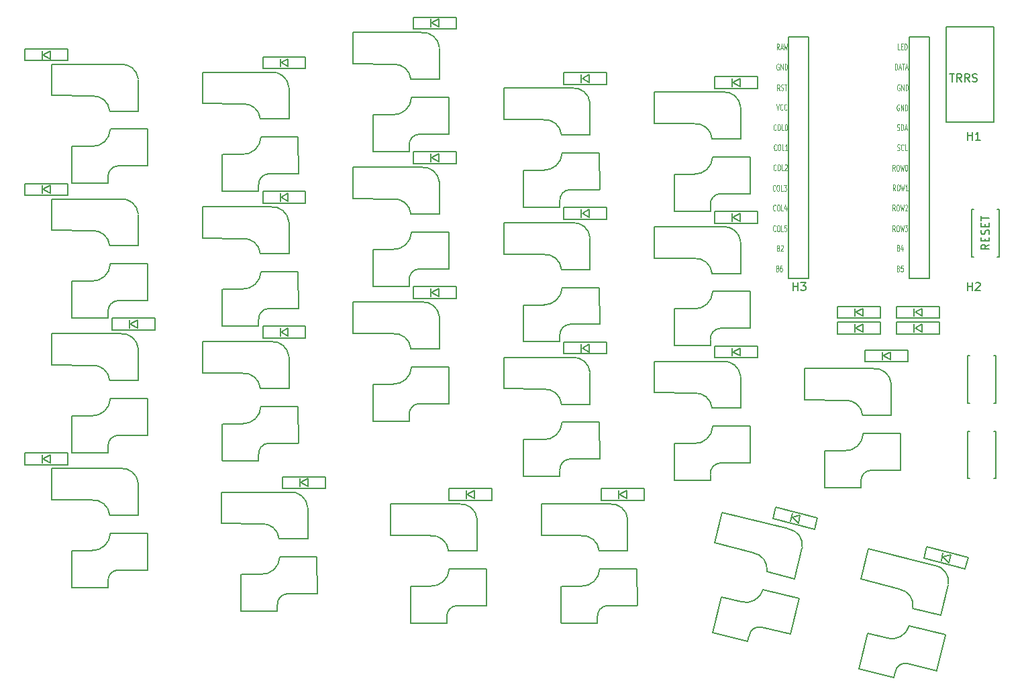
<source format=gbr>
G04 #@! TF.GenerationSoftware,KiCad,Pcbnew,(5.1.2)-2*
G04 #@! TF.CreationDate,2020-04-16T23:38:51+09:00*
G04 #@! TF.ProjectId,17mm 2020 4 8 vol2,31376d6d-2032-4303-9230-203420382076,rev?*
G04 #@! TF.SameCoordinates,Original*
G04 #@! TF.FileFunction,Legend,Top*
G04 #@! TF.FilePolarity,Positive*
%FSLAX46Y46*%
G04 Gerber Fmt 4.6, Leading zero omitted, Abs format (unit mm)*
G04 Created by KiCad (PCBNEW (5.1.2)-2) date 2020-04-16 23:38:51*
%MOMM*%
%LPD*%
G04 APERTURE LIST*
%ADD10C,0.150000*%
%ADD11C,0.125000*%
G04 APERTURE END LIST*
D10*
X197167860Y-137348800D02*
X196998515Y-138028007D01*
X197179957Y-137300285D02*
G75*
G02X198707246Y-136217610I1304982J-222307D01*
G01*
X198924969Y-131500153D02*
G75*
G02X196100398Y-133032340I-2178379J646192D01*
G01*
X203490211Y-132638396D02*
X202401627Y-137107804D01*
X193667401Y-132456644D02*
X192554560Y-136920005D01*
X198708456Y-136212758D02*
X202371322Y-137126014D01*
X198935869Y-131477106D02*
X203496259Y-132614138D01*
X193697706Y-132438435D02*
X196171961Y-133055336D01*
X192572770Y-136950310D02*
X196987615Y-138051055D01*
X199403754Y-129228504D02*
G75*
G03X197665698Y-126857604I-2054478J316422D01*
G01*
X203868387Y-126219208D02*
G75*
G03X202127418Y-123843459I-2058359J317390D01*
G01*
X192802058Y-125593432D02*
X197690923Y-126859771D01*
X192813186Y-125548798D02*
X193758617Y-121756883D01*
X193758617Y-121756883D02*
X202127418Y-123843459D01*
X203862125Y-126289789D02*
X202907743Y-130117606D01*
X202905566Y-130126339D02*
X199402798Y-129253001D01*
X105800000Y-64750000D02*
X111200000Y-64750000D01*
X111200000Y-63250000D02*
X105800000Y-63250000D01*
X105800000Y-63250000D02*
X105800000Y-64750000D01*
X111200000Y-63250000D02*
X111200000Y-64750000D01*
X109000000Y-63500000D02*
X109000000Y-64500000D01*
X109000000Y-64500000D02*
X108100000Y-64000000D01*
X108100000Y-64000000D02*
X109000000Y-63500000D01*
X108000000Y-63500000D02*
X108000000Y-64500000D01*
X105800000Y-81750000D02*
X111200000Y-81750000D01*
X111200000Y-80250000D02*
X105800000Y-80250000D01*
X105800000Y-80250000D02*
X105800000Y-81750000D01*
X111200000Y-80250000D02*
X111200000Y-81750000D01*
X109000000Y-80500000D02*
X109000000Y-81500000D01*
X109000000Y-81500000D02*
X108100000Y-81000000D01*
X108100000Y-81000000D02*
X109000000Y-80500000D01*
X108000000Y-80500000D02*
X108000000Y-81500000D01*
X119000000Y-97500000D02*
X119000000Y-98500000D01*
X119100000Y-98000000D02*
X120000000Y-97500000D01*
X120000000Y-98500000D02*
X119100000Y-98000000D01*
X120000000Y-97500000D02*
X120000000Y-98500000D01*
X122200000Y-97250000D02*
X122200000Y-98750000D01*
X116800000Y-97250000D02*
X116800000Y-98750000D01*
X122200000Y-97250000D02*
X116800000Y-97250000D01*
X116800000Y-98750000D02*
X122200000Y-98750000D01*
X108000000Y-114500000D02*
X108000000Y-115500000D01*
X108100000Y-115000000D02*
X109000000Y-114500000D01*
X109000000Y-115500000D02*
X108100000Y-115000000D01*
X109000000Y-114500000D02*
X109000000Y-115500000D01*
X111200000Y-114250000D02*
X111200000Y-115750000D01*
X105800000Y-114250000D02*
X105800000Y-115750000D01*
X111200000Y-114250000D02*
X105800000Y-114250000D01*
X105800000Y-115750000D02*
X111200000Y-115750000D01*
X135800000Y-65750000D02*
X141200000Y-65750000D01*
X141200000Y-64250000D02*
X135800000Y-64250000D01*
X135800000Y-64250000D02*
X135800000Y-65750000D01*
X141200000Y-64250000D02*
X141200000Y-65750000D01*
X139000000Y-64500000D02*
X139000000Y-65500000D01*
X139000000Y-65500000D02*
X138100000Y-65000000D01*
X138100000Y-65000000D02*
X139000000Y-64500000D01*
X138000000Y-64500000D02*
X138000000Y-65500000D01*
X135800000Y-82750000D02*
X141200000Y-82750000D01*
X141200000Y-81250000D02*
X135800000Y-81250000D01*
X135800000Y-81250000D02*
X135800000Y-82750000D01*
X141200000Y-81250000D02*
X141200000Y-82750000D01*
X139000000Y-81500000D02*
X139000000Y-82500000D01*
X139000000Y-82500000D02*
X138100000Y-82000000D01*
X138100000Y-82000000D02*
X139000000Y-81500000D01*
X138000000Y-81500000D02*
X138000000Y-82500000D01*
X138000000Y-98500000D02*
X138000000Y-99500000D01*
X138100000Y-99000000D02*
X139000000Y-98500000D01*
X139000000Y-99500000D02*
X138100000Y-99000000D01*
X139000000Y-98500000D02*
X139000000Y-99500000D01*
X141200000Y-98250000D02*
X141200000Y-99750000D01*
X135800000Y-98250000D02*
X135800000Y-99750000D01*
X141200000Y-98250000D02*
X135800000Y-98250000D01*
X135800000Y-99750000D02*
X141200000Y-99750000D01*
X140500000Y-117500000D02*
X140500000Y-118500000D01*
X140600000Y-118000000D02*
X141500000Y-117500000D01*
X141500000Y-118500000D02*
X140600000Y-118000000D01*
X141500000Y-117500000D02*
X141500000Y-118500000D01*
X143700000Y-117250000D02*
X143700000Y-118750000D01*
X138300000Y-117250000D02*
X138300000Y-118750000D01*
X143700000Y-117250000D02*
X138300000Y-117250000D01*
X138300000Y-118750000D02*
X143700000Y-118750000D01*
X157000000Y-59500000D02*
X157000000Y-60500000D01*
X157100000Y-60000000D02*
X158000000Y-59500000D01*
X158000000Y-60500000D02*
X157100000Y-60000000D01*
X158000000Y-59500000D02*
X158000000Y-60500000D01*
X160200000Y-59250000D02*
X160200000Y-60750000D01*
X154800000Y-59250000D02*
X154800000Y-60750000D01*
X160200000Y-59250000D02*
X154800000Y-59250000D01*
X154800000Y-60750000D02*
X160200000Y-60750000D01*
X157000000Y-76500000D02*
X157000000Y-77500000D01*
X157100000Y-77000000D02*
X158000000Y-76500000D01*
X158000000Y-77500000D02*
X157100000Y-77000000D01*
X158000000Y-76500000D02*
X158000000Y-77500000D01*
X160200000Y-76250000D02*
X160200000Y-77750000D01*
X154800000Y-76250000D02*
X154800000Y-77750000D01*
X160200000Y-76250000D02*
X154800000Y-76250000D01*
X154800000Y-77750000D02*
X160200000Y-77750000D01*
X154800000Y-94750000D02*
X160200000Y-94750000D01*
X160200000Y-93250000D02*
X154800000Y-93250000D01*
X154800000Y-93250000D02*
X154800000Y-94750000D01*
X160200000Y-93250000D02*
X160200000Y-94750000D01*
X158000000Y-93500000D02*
X158000000Y-94500000D01*
X158000000Y-94500000D02*
X157100000Y-94000000D01*
X157100000Y-94000000D02*
X158000000Y-93500000D01*
X157000000Y-93500000D02*
X157000000Y-94500000D01*
X159300000Y-120250000D02*
X164700000Y-120250000D01*
X164700000Y-118750000D02*
X159300000Y-118750000D01*
X159300000Y-118750000D02*
X159300000Y-120250000D01*
X164700000Y-118750000D02*
X164700000Y-120250000D01*
X162500000Y-119000000D02*
X162500000Y-120000000D01*
X162500000Y-120000000D02*
X161600000Y-119500000D01*
X161600000Y-119500000D02*
X162500000Y-119000000D01*
X161500000Y-119000000D02*
X161500000Y-120000000D01*
X176000000Y-66500000D02*
X176000000Y-67500000D01*
X176100000Y-67000000D02*
X177000000Y-66500000D01*
X177000000Y-67500000D02*
X176100000Y-67000000D01*
X177000000Y-66500000D02*
X177000000Y-67500000D01*
X179200000Y-66250000D02*
X179200000Y-67750000D01*
X173800000Y-66250000D02*
X173800000Y-67750000D01*
X179200000Y-66250000D02*
X173800000Y-66250000D01*
X173800000Y-67750000D02*
X179200000Y-67750000D01*
X173800000Y-84750000D02*
X179200000Y-84750000D01*
X179200000Y-83250000D02*
X173800000Y-83250000D01*
X173800000Y-83250000D02*
X173800000Y-84750000D01*
X179200000Y-83250000D02*
X179200000Y-84750000D01*
X177000000Y-83500000D02*
X177000000Y-84500000D01*
X177000000Y-84500000D02*
X176100000Y-84000000D01*
X176100000Y-84000000D02*
X177000000Y-83500000D01*
X176000000Y-83500000D02*
X176000000Y-84500000D01*
X176000000Y-100500000D02*
X176000000Y-101500000D01*
X176100000Y-101000000D02*
X177000000Y-100500000D01*
X177000000Y-101500000D02*
X176100000Y-101000000D01*
X177000000Y-100500000D02*
X177000000Y-101500000D01*
X179200000Y-100250000D02*
X179200000Y-101750000D01*
X173800000Y-100250000D02*
X173800000Y-101750000D01*
X179200000Y-100250000D02*
X173800000Y-100250000D01*
X173800000Y-101750000D02*
X179200000Y-101750000D01*
X180725000Y-119000000D02*
X180725000Y-120000000D01*
X180825000Y-119500000D02*
X181725000Y-119000000D01*
X181725000Y-120000000D02*
X180825000Y-119500000D01*
X181725000Y-119000000D02*
X181725000Y-120000000D01*
X183925000Y-118750000D02*
X183925000Y-120250000D01*
X178525000Y-118750000D02*
X178525000Y-120250000D01*
X183925000Y-118750000D02*
X178525000Y-118750000D01*
X178525000Y-120250000D02*
X183925000Y-120250000D01*
X195000000Y-67000000D02*
X195000000Y-68000000D01*
X195100000Y-67500000D02*
X196000000Y-67000000D01*
X196000000Y-68000000D02*
X195100000Y-67500000D01*
X196000000Y-67000000D02*
X196000000Y-68000000D01*
X198200000Y-66750000D02*
X198200000Y-68250000D01*
X192800000Y-66750000D02*
X192800000Y-68250000D01*
X198200000Y-66750000D02*
X192800000Y-66750000D01*
X192800000Y-68250000D02*
X198200000Y-68250000D01*
X195000000Y-84000000D02*
X195000000Y-85000000D01*
X195100000Y-84500000D02*
X196000000Y-84000000D01*
X196000000Y-85000000D02*
X195100000Y-84500000D01*
X196000000Y-84000000D02*
X196000000Y-85000000D01*
X198200000Y-83750000D02*
X198200000Y-85250000D01*
X192800000Y-83750000D02*
X192800000Y-85250000D01*
X198200000Y-83750000D02*
X192800000Y-83750000D01*
X192800000Y-85250000D02*
X198200000Y-85250000D01*
X192800000Y-102250000D02*
X198200000Y-102250000D01*
X198200000Y-100750000D02*
X192800000Y-100750000D01*
X192800000Y-100750000D02*
X192800000Y-102250000D01*
X198200000Y-100750000D02*
X198200000Y-102250000D01*
X196000000Y-101000000D02*
X196000000Y-102000000D01*
X196000000Y-102000000D02*
X195100000Y-101500000D01*
X195100000Y-101500000D02*
X196000000Y-101000000D01*
X195000000Y-101000000D02*
X195000000Y-102000000D01*
X200198760Y-122574533D02*
X205438357Y-123880911D01*
X205801240Y-122425467D02*
X200561643Y-121119089D01*
X200561643Y-121119089D02*
X200198760Y-122574533D01*
X205801240Y-122425467D02*
X205438357Y-123880911D01*
X203606109Y-122135813D02*
X203364187Y-123106109D01*
X203364187Y-123106109D02*
X202611882Y-122403231D01*
X202611882Y-122403231D02*
X203606109Y-122135813D01*
X202635813Y-121893891D02*
X202393891Y-122864187D01*
X215800000Y-97250000D02*
X221200000Y-97250000D01*
X221200000Y-95750000D02*
X215800000Y-95750000D01*
X215800000Y-95750000D02*
X215800000Y-97250000D01*
X221200000Y-95750000D02*
X221200000Y-97250000D01*
X219000000Y-96000000D02*
X219000000Y-97000000D01*
X219000000Y-97000000D02*
X218100000Y-96500000D01*
X218100000Y-96500000D02*
X219000000Y-96000000D01*
X218000000Y-96000000D02*
X218000000Y-97000000D01*
X210500000Y-96000000D02*
X210500000Y-97000000D01*
X210600000Y-96500000D02*
X211500000Y-96000000D01*
X211500000Y-97000000D02*
X210600000Y-96500000D01*
X211500000Y-96000000D02*
X211500000Y-97000000D01*
X213700000Y-95750000D02*
X213700000Y-97250000D01*
X208300000Y-95750000D02*
X208300000Y-97250000D01*
X213700000Y-95750000D02*
X208300000Y-95750000D01*
X208300000Y-97250000D02*
X213700000Y-97250000D01*
X211800000Y-102750000D02*
X217200000Y-102750000D01*
X217200000Y-101250000D02*
X211800000Y-101250000D01*
X211800000Y-101250000D02*
X211800000Y-102750000D01*
X217200000Y-101250000D02*
X217200000Y-102750000D01*
X215000000Y-101500000D02*
X215000000Y-102500000D01*
X215000000Y-102500000D02*
X214100000Y-102000000D01*
X214100000Y-102000000D02*
X215000000Y-101500000D01*
X214000000Y-101500000D02*
X214000000Y-102500000D01*
X219198760Y-127574533D02*
X224438357Y-128880911D01*
X224801240Y-127425467D02*
X219561643Y-126119089D01*
X219561643Y-126119089D02*
X219198760Y-127574533D01*
X224801240Y-127425467D02*
X224438357Y-128880911D01*
X222606109Y-127135813D02*
X222364187Y-128106109D01*
X222364187Y-128106109D02*
X221611882Y-127403231D01*
X221611882Y-127403231D02*
X222606109Y-127135813D01*
X221635813Y-126893891D02*
X221393891Y-127864187D01*
X218000000Y-98000000D02*
X218000000Y-99000000D01*
X218100000Y-98500000D02*
X219000000Y-98000000D01*
X219000000Y-99000000D02*
X218100000Y-98500000D01*
X219000000Y-98000000D02*
X219000000Y-99000000D01*
X221200000Y-97750000D02*
X221200000Y-99250000D01*
X215800000Y-97750000D02*
X215800000Y-99250000D01*
X221200000Y-97750000D02*
X215800000Y-97750000D01*
X215800000Y-99250000D02*
X221200000Y-99250000D01*
X208300000Y-99250000D02*
X213700000Y-99250000D01*
X213700000Y-97750000D02*
X208300000Y-97750000D01*
X208300000Y-97750000D02*
X208300000Y-99250000D01*
X213700000Y-97750000D02*
X213700000Y-99250000D01*
X211500000Y-98000000D02*
X211500000Y-99000000D01*
X211500000Y-99000000D02*
X210600000Y-98500000D01*
X210600000Y-98500000D02*
X211500000Y-98000000D01*
X210500000Y-98000000D02*
X210500000Y-99000000D01*
X222000000Y-60500000D02*
X228000000Y-60500000D01*
X228000000Y-60500000D02*
X228000000Y-72500000D01*
X228000000Y-72500000D02*
X222000000Y-72500000D01*
X222000000Y-72500000D02*
X222000000Y-60500000D01*
X228750000Y-89500000D02*
X228750000Y-83500000D01*
X228750000Y-83500000D02*
X228500000Y-83500000D01*
X228750000Y-89500000D02*
X228500000Y-89500000D01*
X225250000Y-89500000D02*
X225500000Y-89500000D01*
X225250000Y-89500000D02*
X225250000Y-83500000D01*
X225250000Y-83500000D02*
X225500000Y-83500000D01*
X116280000Y-79500000D02*
X116280000Y-80200000D01*
X116280000Y-79450000D02*
G75*
G02X117500000Y-78030000I1320000J100000D01*
G01*
X116570000Y-73400000D02*
G75*
G02X114200000Y-75570000I-2270000J100000D01*
G01*
X121275000Y-73400000D02*
X121300000Y-78000000D01*
X111700000Y-75600000D02*
X111700000Y-80200000D01*
X117500000Y-78025000D02*
X121275000Y-78025000D01*
X116575000Y-73375000D02*
X121275000Y-73375000D01*
X111725000Y-75575000D02*
X114275000Y-75575000D01*
X111725000Y-80225000D02*
X116275000Y-80225000D01*
X116485000Y-71080000D02*
G75*
G03X114225000Y-69200000I-2070000J-190000D01*
G01*
X120089000Y-67080000D02*
G75*
G03X117825000Y-65196000I-2074000J-190000D01*
G01*
X109200000Y-69150000D02*
X114250000Y-69196000D01*
X109200000Y-69104000D02*
X109200000Y-65196000D01*
X109200000Y-65196000D02*
X117825000Y-65196000D01*
X120100000Y-67150000D02*
X120100000Y-71095000D01*
X120100000Y-71104000D02*
X116490000Y-71104000D01*
X116280000Y-96500000D02*
X116280000Y-97200000D01*
X116280000Y-96450000D02*
G75*
G02X117500000Y-95030000I1320000J100000D01*
G01*
X116570000Y-90400000D02*
G75*
G02X114200000Y-92570000I-2270000J100000D01*
G01*
X121275000Y-90400000D02*
X121300000Y-95000000D01*
X111700000Y-92600000D02*
X111700000Y-97200000D01*
X117500000Y-95025000D02*
X121275000Y-95025000D01*
X116575000Y-90375000D02*
X121275000Y-90375000D01*
X111725000Y-92575000D02*
X114275000Y-92575000D01*
X111725000Y-97225000D02*
X116275000Y-97225000D01*
X116485000Y-88080000D02*
G75*
G03X114225000Y-86200000I-2070000J-190000D01*
G01*
X120089000Y-84080000D02*
G75*
G03X117825000Y-82196000I-2074000J-190000D01*
G01*
X109200000Y-86150000D02*
X114250000Y-86196000D01*
X109200000Y-86104000D02*
X109200000Y-82196000D01*
X109200000Y-82196000D02*
X117825000Y-82196000D01*
X120100000Y-84150000D02*
X120100000Y-88095000D01*
X120100000Y-88104000D02*
X116490000Y-88104000D01*
X120100000Y-105104000D02*
X116490000Y-105104000D01*
X120100000Y-101150000D02*
X120100000Y-105095000D01*
X109200000Y-99196000D02*
X117825000Y-99196000D01*
X109200000Y-103104000D02*
X109200000Y-99196000D01*
X109200000Y-103150000D02*
X114250000Y-103196000D01*
X120089000Y-101080000D02*
G75*
G03X117825000Y-99196000I-2074000J-190000D01*
G01*
X116485000Y-105080000D02*
G75*
G03X114225000Y-103200000I-2070000J-190000D01*
G01*
X111725000Y-114225000D02*
X116275000Y-114225000D01*
X111725000Y-109575000D02*
X114275000Y-109575000D01*
X116575000Y-107375000D02*
X121275000Y-107375000D01*
X117500000Y-112025000D02*
X121275000Y-112025000D01*
X111700000Y-109600000D02*
X111700000Y-114200000D01*
X121275000Y-107400000D02*
X121300000Y-112000000D01*
X116570000Y-107400000D02*
G75*
G02X114200000Y-109570000I-2270000J100000D01*
G01*
X116280000Y-113450000D02*
G75*
G02X117500000Y-112030000I1320000J100000D01*
G01*
X116280000Y-113500000D02*
X116280000Y-114200000D01*
X116280000Y-130500000D02*
X116280000Y-131200000D01*
X116280000Y-130450000D02*
G75*
G02X117500000Y-129030000I1320000J100000D01*
G01*
X116570000Y-124400000D02*
G75*
G02X114200000Y-126570000I-2270000J100000D01*
G01*
X121275000Y-124400000D02*
X121300000Y-129000000D01*
X111700000Y-126600000D02*
X111700000Y-131200000D01*
X117500000Y-129025000D02*
X121275000Y-129025000D01*
X116575000Y-124375000D02*
X121275000Y-124375000D01*
X111725000Y-126575000D02*
X114275000Y-126575000D01*
X111725000Y-131225000D02*
X116275000Y-131225000D01*
X116485000Y-122080000D02*
G75*
G03X114225000Y-120200000I-2070000J-190000D01*
G01*
X120089000Y-118080000D02*
G75*
G03X117825000Y-116196000I-2074000J-190000D01*
G01*
X109200000Y-120150000D02*
X114250000Y-120196000D01*
X109200000Y-120104000D02*
X109200000Y-116196000D01*
X109200000Y-116196000D02*
X117825000Y-116196000D01*
X120100000Y-118150000D02*
X120100000Y-122095000D01*
X120100000Y-122104000D02*
X116490000Y-122104000D01*
X139100000Y-72104000D02*
X135490000Y-72104000D01*
X139100000Y-68150000D02*
X139100000Y-72095000D01*
X128200000Y-66196000D02*
X136825000Y-66196000D01*
X128200000Y-70104000D02*
X128200000Y-66196000D01*
X128200000Y-70150000D02*
X133250000Y-70196000D01*
X139089000Y-68080000D02*
G75*
G03X136825000Y-66196000I-2074000J-190000D01*
G01*
X135485000Y-72080000D02*
G75*
G03X133225000Y-70200000I-2070000J-190000D01*
G01*
X130725000Y-81225000D02*
X135275000Y-81225000D01*
X130725000Y-76575000D02*
X133275000Y-76575000D01*
X135575000Y-74375000D02*
X140275000Y-74375000D01*
X136500000Y-79025000D02*
X140275000Y-79025000D01*
X130700000Y-76600000D02*
X130700000Y-81200000D01*
X140275000Y-74400000D02*
X140300000Y-79000000D01*
X135570000Y-74400000D02*
G75*
G02X133200000Y-76570000I-2270000J100000D01*
G01*
X135280000Y-80450000D02*
G75*
G02X136500000Y-79030000I1320000J100000D01*
G01*
X135280000Y-80500000D02*
X135280000Y-81200000D01*
X135280000Y-97500000D02*
X135280000Y-98200000D01*
X135280000Y-97450000D02*
G75*
G02X136500000Y-96030000I1320000J100000D01*
G01*
X135570000Y-91400000D02*
G75*
G02X133200000Y-93570000I-2270000J100000D01*
G01*
X140275000Y-91400000D02*
X140300000Y-96000000D01*
X130700000Y-93600000D02*
X130700000Y-98200000D01*
X136500000Y-96025000D02*
X140275000Y-96025000D01*
X135575000Y-91375000D02*
X140275000Y-91375000D01*
X130725000Y-93575000D02*
X133275000Y-93575000D01*
X130725000Y-98225000D02*
X135275000Y-98225000D01*
X135485000Y-89080000D02*
G75*
G03X133225000Y-87200000I-2070000J-190000D01*
G01*
X139089000Y-85080000D02*
G75*
G03X136825000Y-83196000I-2074000J-190000D01*
G01*
X128200000Y-87150000D02*
X133250000Y-87196000D01*
X128200000Y-87104000D02*
X128200000Y-83196000D01*
X128200000Y-83196000D02*
X136825000Y-83196000D01*
X139100000Y-85150000D02*
X139100000Y-89095000D01*
X139100000Y-89104000D02*
X135490000Y-89104000D01*
X139100000Y-106104000D02*
X135490000Y-106104000D01*
X139100000Y-102150000D02*
X139100000Y-106095000D01*
X128200000Y-100196000D02*
X136825000Y-100196000D01*
X128200000Y-104104000D02*
X128200000Y-100196000D01*
X128200000Y-104150000D02*
X133250000Y-104196000D01*
X139089000Y-102080000D02*
G75*
G03X136825000Y-100196000I-2074000J-190000D01*
G01*
X135485000Y-106080000D02*
G75*
G03X133225000Y-104200000I-2070000J-190000D01*
G01*
X130725000Y-115225000D02*
X135275000Y-115225000D01*
X130725000Y-110575000D02*
X133275000Y-110575000D01*
X135575000Y-108375000D02*
X140275000Y-108375000D01*
X136500000Y-113025000D02*
X140275000Y-113025000D01*
X130700000Y-110600000D02*
X130700000Y-115200000D01*
X140275000Y-108400000D02*
X140300000Y-113000000D01*
X135570000Y-108400000D02*
G75*
G02X133200000Y-110570000I-2270000J100000D01*
G01*
X135280000Y-114450000D02*
G75*
G02X136500000Y-113030000I1320000J100000D01*
G01*
X135280000Y-114500000D02*
X135280000Y-115200000D01*
X137650000Y-133500000D02*
X137650000Y-134200000D01*
X137650000Y-133450000D02*
G75*
G02X138870000Y-132030000I1320000J100000D01*
G01*
X137940000Y-127400000D02*
G75*
G02X135570000Y-129570000I-2270000J100000D01*
G01*
X142645000Y-127400000D02*
X142670000Y-132000000D01*
X133070000Y-129600000D02*
X133070000Y-134200000D01*
X138870000Y-132025000D02*
X142645000Y-132025000D01*
X137945000Y-127375000D02*
X142645000Y-127375000D01*
X133095000Y-129575000D02*
X135645000Y-129575000D01*
X133095000Y-134225000D02*
X137645000Y-134225000D01*
X137855000Y-125080000D02*
G75*
G03X135595000Y-123200000I-2070000J-190000D01*
G01*
X141459000Y-121080000D02*
G75*
G03X139195000Y-119196000I-2074000J-190000D01*
G01*
X130570000Y-123150000D02*
X135620000Y-123196000D01*
X130570000Y-123104000D02*
X130570000Y-119196000D01*
X130570000Y-119196000D02*
X139195000Y-119196000D01*
X141470000Y-121150000D02*
X141470000Y-125095000D01*
X141470000Y-125104000D02*
X137860000Y-125104000D01*
X158100000Y-67104000D02*
X154490000Y-67104000D01*
X158100000Y-63150000D02*
X158100000Y-67095000D01*
X147200000Y-61196000D02*
X155825000Y-61196000D01*
X147200000Y-65104000D02*
X147200000Y-61196000D01*
X147200000Y-65150000D02*
X152250000Y-65196000D01*
X158089000Y-63080000D02*
G75*
G03X155825000Y-61196000I-2074000J-190000D01*
G01*
X154485000Y-67080000D02*
G75*
G03X152225000Y-65200000I-2070000J-190000D01*
G01*
X149725000Y-76225000D02*
X154275000Y-76225000D01*
X149725000Y-71575000D02*
X152275000Y-71575000D01*
X154575000Y-69375000D02*
X159275000Y-69375000D01*
X155500000Y-74025000D02*
X159275000Y-74025000D01*
X149700000Y-71600000D02*
X149700000Y-76200000D01*
X159275000Y-69400000D02*
X159300000Y-74000000D01*
X154570000Y-69400000D02*
G75*
G02X152200000Y-71570000I-2270000J100000D01*
G01*
X154280000Y-75450000D02*
G75*
G02X155500000Y-74030000I1320000J100000D01*
G01*
X154280000Y-75500000D02*
X154280000Y-76200000D01*
X154280000Y-92500000D02*
X154280000Y-93200000D01*
X154280000Y-92450000D02*
G75*
G02X155500000Y-91030000I1320000J100000D01*
G01*
X154570000Y-86400000D02*
G75*
G02X152200000Y-88570000I-2270000J100000D01*
G01*
X159275000Y-86400000D02*
X159300000Y-91000000D01*
X149700000Y-88600000D02*
X149700000Y-93200000D01*
X155500000Y-91025000D02*
X159275000Y-91025000D01*
X154575000Y-86375000D02*
X159275000Y-86375000D01*
X149725000Y-88575000D02*
X152275000Y-88575000D01*
X149725000Y-93225000D02*
X154275000Y-93225000D01*
X154485000Y-84080000D02*
G75*
G03X152225000Y-82200000I-2070000J-190000D01*
G01*
X158089000Y-80080000D02*
G75*
G03X155825000Y-78196000I-2074000J-190000D01*
G01*
X147200000Y-82150000D02*
X152250000Y-82196000D01*
X147200000Y-82104000D02*
X147200000Y-78196000D01*
X147200000Y-78196000D02*
X155825000Y-78196000D01*
X158100000Y-80150000D02*
X158100000Y-84095000D01*
X158100000Y-84104000D02*
X154490000Y-84104000D01*
X158100000Y-101104000D02*
X154490000Y-101104000D01*
X158100000Y-97150000D02*
X158100000Y-101095000D01*
X147200000Y-95196000D02*
X155825000Y-95196000D01*
X147200000Y-99104000D02*
X147200000Y-95196000D01*
X147200000Y-99150000D02*
X152250000Y-99196000D01*
X158089000Y-97080000D02*
G75*
G03X155825000Y-95196000I-2074000J-190000D01*
G01*
X154485000Y-101080000D02*
G75*
G03X152225000Y-99200000I-2070000J-190000D01*
G01*
X149725000Y-110225000D02*
X154275000Y-110225000D01*
X149725000Y-105575000D02*
X152275000Y-105575000D01*
X154575000Y-103375000D02*
X159275000Y-103375000D01*
X155500000Y-108025000D02*
X159275000Y-108025000D01*
X149700000Y-105600000D02*
X149700000Y-110200000D01*
X159275000Y-103400000D02*
X159300000Y-108000000D01*
X154570000Y-103400000D02*
G75*
G02X152200000Y-105570000I-2270000J100000D01*
G01*
X154280000Y-109450000D02*
G75*
G02X155500000Y-108030000I1320000J100000D01*
G01*
X154280000Y-109500000D02*
X154280000Y-110200000D01*
X159030000Y-135000000D02*
X159030000Y-135700000D01*
X159030000Y-134950000D02*
G75*
G02X160250000Y-133530000I1320000J100000D01*
G01*
X159320000Y-128900000D02*
G75*
G02X156950000Y-131070000I-2270000J100000D01*
G01*
X164025000Y-128900000D02*
X164050000Y-133500000D01*
X154450000Y-131100000D02*
X154450000Y-135700000D01*
X160250000Y-133525000D02*
X164025000Y-133525000D01*
X159325000Y-128875000D02*
X164025000Y-128875000D01*
X154475000Y-131075000D02*
X157025000Y-131075000D01*
X154475000Y-135725000D02*
X159025000Y-135725000D01*
X159235000Y-126580000D02*
G75*
G03X156975000Y-124700000I-2070000J-190000D01*
G01*
X162839000Y-122580000D02*
G75*
G03X160575000Y-120696000I-2074000J-190000D01*
G01*
X151950000Y-124650000D02*
X157000000Y-124696000D01*
X151950000Y-124604000D02*
X151950000Y-120696000D01*
X151950000Y-120696000D02*
X160575000Y-120696000D01*
X162850000Y-122650000D02*
X162850000Y-126595000D01*
X162850000Y-126604000D02*
X159240000Y-126604000D01*
X177100000Y-74104000D02*
X173490000Y-74104000D01*
X177100000Y-70150000D02*
X177100000Y-74095000D01*
X166200000Y-68196000D02*
X174825000Y-68196000D01*
X166200000Y-72104000D02*
X166200000Y-68196000D01*
X166200000Y-72150000D02*
X171250000Y-72196000D01*
X177089000Y-70080000D02*
G75*
G03X174825000Y-68196000I-2074000J-190000D01*
G01*
X173485000Y-74080000D02*
G75*
G03X171225000Y-72200000I-2070000J-190000D01*
G01*
X168725000Y-83225000D02*
X173275000Y-83225000D01*
X168725000Y-78575000D02*
X171275000Y-78575000D01*
X173575000Y-76375000D02*
X178275000Y-76375000D01*
X174500000Y-81025000D02*
X178275000Y-81025000D01*
X168700000Y-78600000D02*
X168700000Y-83200000D01*
X178275000Y-76400000D02*
X178300000Y-81000000D01*
X173570000Y-76400000D02*
G75*
G02X171200000Y-78570000I-2270000J100000D01*
G01*
X173280000Y-82450000D02*
G75*
G02X174500000Y-81030000I1320000J100000D01*
G01*
X173280000Y-82500000D02*
X173280000Y-83200000D01*
X173280000Y-99500000D02*
X173280000Y-100200000D01*
X173280000Y-99450000D02*
G75*
G02X174500000Y-98030000I1320000J100000D01*
G01*
X173570000Y-93400000D02*
G75*
G02X171200000Y-95570000I-2270000J100000D01*
G01*
X178275000Y-93400000D02*
X178300000Y-98000000D01*
X168700000Y-95600000D02*
X168700000Y-100200000D01*
X174500000Y-98025000D02*
X178275000Y-98025000D01*
X173575000Y-93375000D02*
X178275000Y-93375000D01*
X168725000Y-95575000D02*
X171275000Y-95575000D01*
X168725000Y-100225000D02*
X173275000Y-100225000D01*
X173485000Y-91080000D02*
G75*
G03X171225000Y-89200000I-2070000J-190000D01*
G01*
X177089000Y-87080000D02*
G75*
G03X174825000Y-85196000I-2074000J-190000D01*
G01*
X166200000Y-89150000D02*
X171250000Y-89196000D01*
X166200000Y-89104000D02*
X166200000Y-85196000D01*
X166200000Y-85196000D02*
X174825000Y-85196000D01*
X177100000Y-87150000D02*
X177100000Y-91095000D01*
X177100000Y-91104000D02*
X173490000Y-91104000D01*
X177100000Y-108104000D02*
X173490000Y-108104000D01*
X177100000Y-104150000D02*
X177100000Y-108095000D01*
X166200000Y-102196000D02*
X174825000Y-102196000D01*
X166200000Y-106104000D02*
X166200000Y-102196000D01*
X166200000Y-106150000D02*
X171250000Y-106196000D01*
X177089000Y-104080000D02*
G75*
G03X174825000Y-102196000I-2074000J-190000D01*
G01*
X173485000Y-108080000D02*
G75*
G03X171225000Y-106200000I-2070000J-190000D01*
G01*
X168725000Y-117225000D02*
X173275000Y-117225000D01*
X168725000Y-112575000D02*
X171275000Y-112575000D01*
X173575000Y-110375000D02*
X178275000Y-110375000D01*
X174500000Y-115025000D02*
X178275000Y-115025000D01*
X168700000Y-112600000D02*
X168700000Y-117200000D01*
X178275000Y-110400000D02*
X178300000Y-115000000D01*
X173570000Y-110400000D02*
G75*
G02X171200000Y-112570000I-2270000J100000D01*
G01*
X173280000Y-116450000D02*
G75*
G02X174500000Y-115030000I1320000J100000D01*
G01*
X173280000Y-116500000D02*
X173280000Y-117200000D01*
X178030000Y-135000000D02*
X178030000Y-135700000D01*
X178030000Y-134950000D02*
G75*
G02X179250000Y-133530000I1320000J100000D01*
G01*
X178320000Y-128900000D02*
G75*
G02X175950000Y-131070000I-2270000J100000D01*
G01*
X183025000Y-128900000D02*
X183050000Y-133500000D01*
X173450000Y-131100000D02*
X173450000Y-135700000D01*
X179250000Y-133525000D02*
X183025000Y-133525000D01*
X178325000Y-128875000D02*
X183025000Y-128875000D01*
X173475000Y-131075000D02*
X176025000Y-131075000D01*
X173475000Y-135725000D02*
X178025000Y-135725000D01*
X178235000Y-126580000D02*
G75*
G03X175975000Y-124700000I-2070000J-190000D01*
G01*
X181839000Y-122580000D02*
G75*
G03X179575000Y-120696000I-2074000J-190000D01*
G01*
X170950000Y-124650000D02*
X176000000Y-124696000D01*
X170950000Y-124604000D02*
X170950000Y-120696000D01*
X170950000Y-120696000D02*
X179575000Y-120696000D01*
X181850000Y-122650000D02*
X181850000Y-126595000D01*
X181850000Y-126604000D02*
X178240000Y-126604000D01*
X196100000Y-74604000D02*
X192490000Y-74604000D01*
X196100000Y-70650000D02*
X196100000Y-74595000D01*
X185200000Y-68696000D02*
X193825000Y-68696000D01*
X185200000Y-72604000D02*
X185200000Y-68696000D01*
X185200000Y-72650000D02*
X190250000Y-72696000D01*
X196089000Y-70580000D02*
G75*
G03X193825000Y-68696000I-2074000J-190000D01*
G01*
X192485000Y-74580000D02*
G75*
G03X190225000Y-72700000I-2070000J-190000D01*
G01*
X187725000Y-83725000D02*
X192275000Y-83725000D01*
X187725000Y-79075000D02*
X190275000Y-79075000D01*
X192575000Y-76875000D02*
X197275000Y-76875000D01*
X193500000Y-81525000D02*
X197275000Y-81525000D01*
X187700000Y-79100000D02*
X187700000Y-83700000D01*
X197275000Y-76900000D02*
X197300000Y-81500000D01*
X192570000Y-76900000D02*
G75*
G02X190200000Y-79070000I-2270000J100000D01*
G01*
X192280000Y-82950000D02*
G75*
G02X193500000Y-81530000I1320000J100000D01*
G01*
X192280000Y-83000000D02*
X192280000Y-83700000D01*
X196100000Y-91604000D02*
X192490000Y-91604000D01*
X196100000Y-87650000D02*
X196100000Y-91595000D01*
X185200000Y-85696000D02*
X193825000Y-85696000D01*
X185200000Y-89604000D02*
X185200000Y-85696000D01*
X185200000Y-89650000D02*
X190250000Y-89696000D01*
X196089000Y-87580000D02*
G75*
G03X193825000Y-85696000I-2074000J-190000D01*
G01*
X192485000Y-91580000D02*
G75*
G03X190225000Y-89700000I-2070000J-190000D01*
G01*
X187725000Y-100725000D02*
X192275000Y-100725000D01*
X187725000Y-96075000D02*
X190275000Y-96075000D01*
X192575000Y-93875000D02*
X197275000Y-93875000D01*
X193500000Y-98525000D02*
X197275000Y-98525000D01*
X187700000Y-96100000D02*
X187700000Y-100700000D01*
X197275000Y-93900000D02*
X197300000Y-98500000D01*
X192570000Y-93900000D02*
G75*
G02X190200000Y-96070000I-2270000J100000D01*
G01*
X192280000Y-99950000D02*
G75*
G02X193500000Y-98530000I1320000J100000D01*
G01*
X192280000Y-100000000D02*
X192280000Y-100700000D01*
X196100000Y-108604000D02*
X192490000Y-108604000D01*
X196100000Y-104650000D02*
X196100000Y-108595000D01*
X185200000Y-102696000D02*
X193825000Y-102696000D01*
X185200000Y-106604000D02*
X185200000Y-102696000D01*
X185200000Y-106650000D02*
X190250000Y-106696000D01*
X196089000Y-104580000D02*
G75*
G03X193825000Y-102696000I-2074000J-190000D01*
G01*
X192485000Y-108580000D02*
G75*
G03X190225000Y-106700000I-2070000J-190000D01*
G01*
X187725000Y-117725000D02*
X192275000Y-117725000D01*
X187725000Y-113075000D02*
X190275000Y-113075000D01*
X192575000Y-110875000D02*
X197275000Y-110875000D01*
X193500000Y-115525000D02*
X197275000Y-115525000D01*
X187700000Y-113100000D02*
X187700000Y-117700000D01*
X197275000Y-110900000D02*
X197300000Y-115500000D01*
X192570000Y-110900000D02*
G75*
G02X190200000Y-113070000I-2270000J100000D01*
G01*
X192280000Y-116950000D02*
G75*
G02X193500000Y-115530000I1320000J100000D01*
G01*
X192280000Y-117000000D02*
X192280000Y-117700000D01*
X215100000Y-109514000D02*
X211490000Y-109514000D01*
X215100000Y-105560000D02*
X215100000Y-109505000D01*
X204200000Y-103606000D02*
X212825000Y-103606000D01*
X204200000Y-107514000D02*
X204200000Y-103606000D01*
X204200000Y-107560000D02*
X209250000Y-107606000D01*
X215089000Y-105490000D02*
G75*
G03X212825000Y-103606000I-2074000J-190000D01*
G01*
X211485000Y-109490000D02*
G75*
G03X209225000Y-107610000I-2070000J-190000D01*
G01*
X206725000Y-118635000D02*
X211275000Y-118635000D01*
X206725000Y-113985000D02*
X209275000Y-113985000D01*
X211575000Y-111785000D02*
X216275000Y-111785000D01*
X212500000Y-116435000D02*
X216275000Y-116435000D01*
X206700000Y-114010000D02*
X206700000Y-118610000D01*
X216275000Y-111810000D02*
X216300000Y-116410000D01*
X211570000Y-111810000D02*
G75*
G02X209200000Y-113980000I-2270000J100000D01*
G01*
X211280000Y-117860000D02*
G75*
G02X212500000Y-116440000I1320000J100000D01*
G01*
X211280000Y-117910000D02*
X211280000Y-118610000D01*
X215597860Y-141938800D02*
X215428515Y-142618007D01*
X215609957Y-141890285D02*
G75*
G02X217137246Y-140807610I1304982J-222307D01*
G01*
X217354969Y-136090153D02*
G75*
G02X214530398Y-137622340I-2178379J646192D01*
G01*
X221920211Y-137228396D02*
X220831627Y-141697804D01*
X212097401Y-137046644D02*
X210984560Y-141510005D01*
X217138456Y-140802758D02*
X220801322Y-141716014D01*
X217365869Y-136067106D02*
X221926259Y-137204138D01*
X212127706Y-137028435D02*
X214601961Y-137645336D01*
X211002770Y-141540310D02*
X215417615Y-142641055D01*
X217833754Y-133818504D02*
G75*
G03X216095698Y-131447604I-2054478J316422D01*
G01*
X222298387Y-130809208D02*
G75*
G03X220557418Y-128433459I-2058359J317390D01*
G01*
X211232058Y-130183432D02*
X216120923Y-131449771D01*
X211243186Y-130138798D02*
X212188617Y-126346883D01*
X212188617Y-126346883D02*
X220557418Y-128433459D01*
X222292125Y-130879789D02*
X221337743Y-134707606D01*
X221335566Y-134716339D02*
X217832798Y-133843001D01*
X228250000Y-108000000D02*
X228250000Y-102000000D01*
X228250000Y-102000000D02*
X228000000Y-102000000D01*
X228250000Y-108000000D02*
X228000000Y-108000000D01*
X224750000Y-108000000D02*
X225000000Y-108000000D01*
X224750000Y-108000000D02*
X224750000Y-102000000D01*
X224750000Y-102000000D02*
X225000000Y-102000000D01*
X224750000Y-111500000D02*
X225000000Y-111500000D01*
X224750000Y-117500000D02*
X224750000Y-111500000D01*
X224750000Y-117500000D02*
X225000000Y-117500000D01*
X228250000Y-117500000D02*
X228000000Y-117500000D01*
X228250000Y-111500000D02*
X228000000Y-111500000D01*
X228250000Y-117500000D02*
X228250000Y-111500000D01*
X217386400Y-92232000D02*
X217386400Y-61752000D01*
X219926400Y-92232000D02*
X217386400Y-92232000D01*
X219926400Y-61752000D02*
X219926400Y-92232000D01*
X217386400Y-61752000D02*
X219926400Y-61752000D01*
X202166400Y-92232000D02*
X202166400Y-61752000D01*
X204706400Y-92232000D02*
X202166400Y-92232000D01*
X204706400Y-61752000D02*
X204706400Y-92232000D01*
X202166400Y-61752000D02*
X204706400Y-61752000D01*
X224738095Y-74752380D02*
X224738095Y-73752380D01*
X224738095Y-74228571D02*
X225309523Y-74228571D01*
X225309523Y-74752380D02*
X225309523Y-73752380D01*
X226309523Y-74752380D02*
X225738095Y-74752380D01*
X226023809Y-74752380D02*
X226023809Y-73752380D01*
X225928571Y-73895238D01*
X225833333Y-73990476D01*
X225738095Y-74038095D01*
X224738095Y-93752380D02*
X224738095Y-92752380D01*
X224738095Y-93228571D02*
X225309523Y-93228571D01*
X225309523Y-93752380D02*
X225309523Y-92752380D01*
X225738095Y-92847619D02*
X225785714Y-92800000D01*
X225880952Y-92752380D01*
X226119047Y-92752380D01*
X226214285Y-92800000D01*
X226261904Y-92847619D01*
X226309523Y-92942857D01*
X226309523Y-93038095D01*
X226261904Y-93180952D01*
X225690476Y-93752380D01*
X226309523Y-93752380D01*
X202738095Y-93752380D02*
X202738095Y-92752380D01*
X202738095Y-93228571D02*
X203309523Y-93228571D01*
X203309523Y-93752380D02*
X203309523Y-92752380D01*
X203690476Y-92752380D02*
X204309523Y-92752380D01*
X203976190Y-93133333D01*
X204119047Y-93133333D01*
X204214285Y-93180952D01*
X204261904Y-93228571D01*
X204309523Y-93323809D01*
X204309523Y-93561904D01*
X204261904Y-93657142D01*
X204214285Y-93704761D01*
X204119047Y-93752380D01*
X203833333Y-93752380D01*
X203738095Y-93704761D01*
X203690476Y-93657142D01*
X222488095Y-66402380D02*
X223059523Y-66402380D01*
X222773809Y-67402380D02*
X222773809Y-66402380D01*
X223964285Y-67402380D02*
X223630952Y-66926190D01*
X223392857Y-67402380D02*
X223392857Y-66402380D01*
X223773809Y-66402380D01*
X223869047Y-66450000D01*
X223916666Y-66497619D01*
X223964285Y-66592857D01*
X223964285Y-66735714D01*
X223916666Y-66830952D01*
X223869047Y-66878571D01*
X223773809Y-66926190D01*
X223392857Y-66926190D01*
X224964285Y-67402380D02*
X224630952Y-66926190D01*
X224392857Y-67402380D02*
X224392857Y-66402380D01*
X224773809Y-66402380D01*
X224869047Y-66450000D01*
X224916666Y-66497619D01*
X224964285Y-66592857D01*
X224964285Y-66735714D01*
X224916666Y-66830952D01*
X224869047Y-66878571D01*
X224773809Y-66926190D01*
X224392857Y-66926190D01*
X225345238Y-67354761D02*
X225488095Y-67402380D01*
X225726190Y-67402380D01*
X225821428Y-67354761D01*
X225869047Y-67307142D01*
X225916666Y-67211904D01*
X225916666Y-67116666D01*
X225869047Y-67021428D01*
X225821428Y-66973809D01*
X225726190Y-66926190D01*
X225535714Y-66878571D01*
X225440476Y-66830952D01*
X225392857Y-66783333D01*
X225345238Y-66688095D01*
X225345238Y-66592857D01*
X225392857Y-66497619D01*
X225440476Y-66450000D01*
X225535714Y-66402380D01*
X225773809Y-66402380D01*
X225916666Y-66450000D01*
X227452380Y-87952380D02*
X226976190Y-88285714D01*
X227452380Y-88523809D02*
X226452380Y-88523809D01*
X226452380Y-88142857D01*
X226500000Y-88047619D01*
X226547619Y-88000000D01*
X226642857Y-87952380D01*
X226785714Y-87952380D01*
X226880952Y-88000000D01*
X226928571Y-88047619D01*
X226976190Y-88142857D01*
X226976190Y-88523809D01*
X226928571Y-87523809D02*
X226928571Y-87190476D01*
X227452380Y-87047619D02*
X227452380Y-87523809D01*
X226452380Y-87523809D01*
X226452380Y-87047619D01*
X227404761Y-86666666D02*
X227452380Y-86523809D01*
X227452380Y-86285714D01*
X227404761Y-86190476D01*
X227357142Y-86142857D01*
X227261904Y-86095238D01*
X227166666Y-86095238D01*
X227071428Y-86142857D01*
X227023809Y-86190476D01*
X226976190Y-86285714D01*
X226928571Y-86476190D01*
X226880952Y-86571428D01*
X226833333Y-86619047D01*
X226738095Y-86666666D01*
X226642857Y-86666666D01*
X226547619Y-86619047D01*
X226500000Y-86571428D01*
X226452380Y-86476190D01*
X226452380Y-86238095D01*
X226500000Y-86095238D01*
X226928571Y-85666666D02*
X226928571Y-85333333D01*
X227452380Y-85190476D02*
X227452380Y-85666666D01*
X226452380Y-85666666D01*
X226452380Y-85190476D01*
X226452380Y-84904761D02*
X226452380Y-84333333D01*
X227452380Y-84619047D02*
X226452380Y-84619047D01*
D11*
X215619047Y-81141285D02*
X215452380Y-80784142D01*
X215333333Y-81141285D02*
X215333333Y-80391285D01*
X215523809Y-80391285D01*
X215571428Y-80427000D01*
X215595238Y-80462714D01*
X215619047Y-80534142D01*
X215619047Y-80641285D01*
X215595238Y-80712714D01*
X215571428Y-80748428D01*
X215523809Y-80784142D01*
X215333333Y-80784142D01*
X215928571Y-80391285D02*
X216023809Y-80391285D01*
X216071428Y-80427000D01*
X216119047Y-80498428D01*
X216142857Y-80641285D01*
X216142857Y-80891285D01*
X216119047Y-81034142D01*
X216071428Y-81105571D01*
X216023809Y-81141285D01*
X215928571Y-81141285D01*
X215880952Y-81105571D01*
X215833333Y-81034142D01*
X215809523Y-80891285D01*
X215809523Y-80641285D01*
X215833333Y-80498428D01*
X215880952Y-80427000D01*
X215928571Y-80391285D01*
X216309523Y-80391285D02*
X216428571Y-81141285D01*
X216523809Y-80605571D01*
X216619047Y-81141285D01*
X216738095Y-80391285D01*
X217190476Y-81141285D02*
X216904761Y-81141285D01*
X217047619Y-81141285D02*
X217047619Y-80391285D01*
X217000000Y-80498428D01*
X216952380Y-80569857D01*
X216904761Y-80605571D01*
X200502380Y-83617857D02*
X200478571Y-83653571D01*
X200407142Y-83689285D01*
X200359523Y-83689285D01*
X200288095Y-83653571D01*
X200240476Y-83582142D01*
X200216666Y-83510714D01*
X200192857Y-83367857D01*
X200192857Y-83260714D01*
X200216666Y-83117857D01*
X200240476Y-83046428D01*
X200288095Y-82975000D01*
X200359523Y-82939285D01*
X200407142Y-82939285D01*
X200478571Y-82975000D01*
X200502380Y-83010714D01*
X200811904Y-82939285D02*
X200907142Y-82939285D01*
X200954761Y-82975000D01*
X201002380Y-83046428D01*
X201026190Y-83189285D01*
X201026190Y-83439285D01*
X201002380Y-83582142D01*
X200954761Y-83653571D01*
X200907142Y-83689285D01*
X200811904Y-83689285D01*
X200764285Y-83653571D01*
X200716666Y-83582142D01*
X200692857Y-83439285D01*
X200692857Y-83189285D01*
X200716666Y-83046428D01*
X200764285Y-82975000D01*
X200811904Y-82939285D01*
X201478571Y-83689285D02*
X201240476Y-83689285D01*
X201240476Y-82939285D01*
X201859523Y-83189285D02*
X201859523Y-83689285D01*
X201740476Y-82903571D02*
X201621428Y-83439285D01*
X201930952Y-83439285D01*
X215569047Y-83689285D02*
X215402380Y-83332142D01*
X215283333Y-83689285D02*
X215283333Y-82939285D01*
X215473809Y-82939285D01*
X215521428Y-82975000D01*
X215545238Y-83010714D01*
X215569047Y-83082142D01*
X215569047Y-83189285D01*
X215545238Y-83260714D01*
X215521428Y-83296428D01*
X215473809Y-83332142D01*
X215283333Y-83332142D01*
X215878571Y-82939285D02*
X215973809Y-82939285D01*
X216021428Y-82975000D01*
X216069047Y-83046428D01*
X216092857Y-83189285D01*
X216092857Y-83439285D01*
X216069047Y-83582142D01*
X216021428Y-83653571D01*
X215973809Y-83689285D01*
X215878571Y-83689285D01*
X215830952Y-83653571D01*
X215783333Y-83582142D01*
X215759523Y-83439285D01*
X215759523Y-83189285D01*
X215783333Y-83046428D01*
X215830952Y-82975000D01*
X215878571Y-82939285D01*
X216259523Y-82939285D02*
X216378571Y-83689285D01*
X216473809Y-83153571D01*
X216569047Y-83689285D01*
X216688095Y-82939285D01*
X216854761Y-83010714D02*
X216878571Y-82975000D01*
X216926190Y-82939285D01*
X217045238Y-82939285D01*
X217092857Y-82975000D01*
X217116666Y-83010714D01*
X217140476Y-83082142D01*
X217140476Y-83153571D01*
X217116666Y-83260714D01*
X216830952Y-83689285D01*
X217140476Y-83689285D01*
X200502380Y-86213357D02*
X200478571Y-86249071D01*
X200407142Y-86284785D01*
X200359523Y-86284785D01*
X200288095Y-86249071D01*
X200240476Y-86177642D01*
X200216666Y-86106214D01*
X200192857Y-85963357D01*
X200192857Y-85856214D01*
X200216666Y-85713357D01*
X200240476Y-85641928D01*
X200288095Y-85570500D01*
X200359523Y-85534785D01*
X200407142Y-85534785D01*
X200478571Y-85570500D01*
X200502380Y-85606214D01*
X200811904Y-85534785D02*
X200907142Y-85534785D01*
X200954761Y-85570500D01*
X201002380Y-85641928D01*
X201026190Y-85784785D01*
X201026190Y-86034785D01*
X201002380Y-86177642D01*
X200954761Y-86249071D01*
X200907142Y-86284785D01*
X200811904Y-86284785D01*
X200764285Y-86249071D01*
X200716666Y-86177642D01*
X200692857Y-86034785D01*
X200692857Y-85784785D01*
X200716666Y-85641928D01*
X200764285Y-85570500D01*
X200811904Y-85534785D01*
X201478571Y-86284785D02*
X201240476Y-86284785D01*
X201240476Y-85534785D01*
X201883333Y-85534785D02*
X201645238Y-85534785D01*
X201621428Y-85891928D01*
X201645238Y-85856214D01*
X201692857Y-85820500D01*
X201811904Y-85820500D01*
X201859523Y-85856214D01*
X201883333Y-85891928D01*
X201907142Y-85963357D01*
X201907142Y-86141928D01*
X201883333Y-86213357D01*
X201859523Y-86249071D01*
X201811904Y-86284785D01*
X201692857Y-86284785D01*
X201645238Y-86249071D01*
X201621428Y-86213357D01*
X215569047Y-86284785D02*
X215402380Y-85927642D01*
X215283333Y-86284785D02*
X215283333Y-85534785D01*
X215473809Y-85534785D01*
X215521428Y-85570500D01*
X215545238Y-85606214D01*
X215569047Y-85677642D01*
X215569047Y-85784785D01*
X215545238Y-85856214D01*
X215521428Y-85891928D01*
X215473809Y-85927642D01*
X215283333Y-85927642D01*
X215878571Y-85534785D02*
X215973809Y-85534785D01*
X216021428Y-85570500D01*
X216069047Y-85641928D01*
X216092857Y-85784785D01*
X216092857Y-86034785D01*
X216069047Y-86177642D01*
X216021428Y-86249071D01*
X215973809Y-86284785D01*
X215878571Y-86284785D01*
X215830952Y-86249071D01*
X215783333Y-86177642D01*
X215759523Y-86034785D01*
X215759523Y-85784785D01*
X215783333Y-85641928D01*
X215830952Y-85570500D01*
X215878571Y-85534785D01*
X216259523Y-85534785D02*
X216378571Y-86284785D01*
X216473809Y-85749071D01*
X216569047Y-86284785D01*
X216688095Y-85534785D01*
X216830952Y-85534785D02*
X217140476Y-85534785D01*
X216973809Y-85820500D01*
X217045238Y-85820500D01*
X217092857Y-85856214D01*
X217116666Y-85891928D01*
X217140476Y-85963357D01*
X217140476Y-86141928D01*
X217116666Y-86213357D01*
X217092857Y-86249071D01*
X217045238Y-86284785D01*
X216902380Y-86284785D01*
X216854761Y-86249071D01*
X216830952Y-86213357D01*
X200847619Y-88396428D02*
X200919047Y-88432142D01*
X200942857Y-88467857D01*
X200966666Y-88539285D01*
X200966666Y-88646428D01*
X200942857Y-88717857D01*
X200919047Y-88753571D01*
X200871428Y-88789285D01*
X200680952Y-88789285D01*
X200680952Y-88039285D01*
X200847619Y-88039285D01*
X200895238Y-88075000D01*
X200919047Y-88110714D01*
X200942857Y-88182142D01*
X200942857Y-88253571D01*
X200919047Y-88325000D01*
X200895238Y-88360714D01*
X200847619Y-88396428D01*
X200680952Y-88396428D01*
X201157142Y-88110714D02*
X201180952Y-88075000D01*
X201228571Y-88039285D01*
X201347619Y-88039285D01*
X201395238Y-88075000D01*
X201419047Y-88110714D01*
X201442857Y-88182142D01*
X201442857Y-88253571D01*
X201419047Y-88360714D01*
X201133333Y-88789285D01*
X201442857Y-88789285D01*
X215997619Y-88368428D02*
X216069047Y-88404142D01*
X216092857Y-88439857D01*
X216116666Y-88511285D01*
X216116666Y-88618428D01*
X216092857Y-88689857D01*
X216069047Y-88725571D01*
X216021428Y-88761285D01*
X215830952Y-88761285D01*
X215830952Y-88011285D01*
X215997619Y-88011285D01*
X216045238Y-88047000D01*
X216069047Y-88082714D01*
X216092857Y-88154142D01*
X216092857Y-88225571D01*
X216069047Y-88297000D01*
X216045238Y-88332714D01*
X215997619Y-88368428D01*
X215830952Y-88368428D01*
X216545238Y-88261285D02*
X216545238Y-88761285D01*
X216426190Y-87975571D02*
X216307142Y-88511285D01*
X216616666Y-88511285D01*
X215997619Y-90971928D02*
X216069047Y-91007642D01*
X216092857Y-91043357D01*
X216116666Y-91114785D01*
X216116666Y-91221928D01*
X216092857Y-91293357D01*
X216069047Y-91329071D01*
X216021428Y-91364785D01*
X215830952Y-91364785D01*
X215830952Y-90614785D01*
X215997619Y-90614785D01*
X216045238Y-90650500D01*
X216069047Y-90686214D01*
X216092857Y-90757642D01*
X216092857Y-90829071D01*
X216069047Y-90900500D01*
X216045238Y-90936214D01*
X215997619Y-90971928D01*
X215830952Y-90971928D01*
X216569047Y-90614785D02*
X216330952Y-90614785D01*
X216307142Y-90971928D01*
X216330952Y-90936214D01*
X216378571Y-90900500D01*
X216497619Y-90900500D01*
X216545238Y-90936214D01*
X216569047Y-90971928D01*
X216592857Y-91043357D01*
X216592857Y-91221928D01*
X216569047Y-91293357D01*
X216545238Y-91329071D01*
X216497619Y-91364785D01*
X216378571Y-91364785D01*
X216330952Y-91329071D01*
X216307142Y-91293357D01*
X200747619Y-90946428D02*
X200819047Y-90982142D01*
X200842857Y-91017857D01*
X200866666Y-91089285D01*
X200866666Y-91196428D01*
X200842857Y-91267857D01*
X200819047Y-91303571D01*
X200771428Y-91339285D01*
X200580952Y-91339285D01*
X200580952Y-90589285D01*
X200747619Y-90589285D01*
X200795238Y-90625000D01*
X200819047Y-90660714D01*
X200842857Y-90732142D01*
X200842857Y-90803571D01*
X200819047Y-90875000D01*
X200795238Y-90910714D01*
X200747619Y-90946428D01*
X200580952Y-90946428D01*
X201295238Y-90589285D02*
X201200000Y-90589285D01*
X201152380Y-90625000D01*
X201128571Y-90660714D01*
X201080952Y-90767857D01*
X201057142Y-90910714D01*
X201057142Y-91196428D01*
X201080952Y-91267857D01*
X201104761Y-91303571D01*
X201152380Y-91339285D01*
X201247619Y-91339285D01*
X201295238Y-91303571D01*
X201319047Y-91267857D01*
X201342857Y-91196428D01*
X201342857Y-91017857D01*
X201319047Y-90946428D01*
X201295238Y-90910714D01*
X201247619Y-90875000D01*
X201152380Y-90875000D01*
X201104761Y-90910714D01*
X201080952Y-90946428D01*
X201057142Y-91017857D01*
X200552380Y-73467857D02*
X200528571Y-73503571D01*
X200457142Y-73539285D01*
X200409523Y-73539285D01*
X200338095Y-73503571D01*
X200290476Y-73432142D01*
X200266666Y-73360714D01*
X200242857Y-73217857D01*
X200242857Y-73110714D01*
X200266666Y-72967857D01*
X200290476Y-72896428D01*
X200338095Y-72825000D01*
X200409523Y-72789285D01*
X200457142Y-72789285D01*
X200528571Y-72825000D01*
X200552380Y-72860714D01*
X200861904Y-72789285D02*
X200957142Y-72789285D01*
X201004761Y-72825000D01*
X201052380Y-72896428D01*
X201076190Y-73039285D01*
X201076190Y-73289285D01*
X201052380Y-73432142D01*
X201004761Y-73503571D01*
X200957142Y-73539285D01*
X200861904Y-73539285D01*
X200814285Y-73503571D01*
X200766666Y-73432142D01*
X200742857Y-73289285D01*
X200742857Y-73039285D01*
X200766666Y-72896428D01*
X200814285Y-72825000D01*
X200861904Y-72789285D01*
X201528571Y-73539285D02*
X201290476Y-73539285D01*
X201290476Y-72789285D01*
X201790476Y-72789285D02*
X201838095Y-72789285D01*
X201885714Y-72825000D01*
X201909523Y-72860714D01*
X201933333Y-72932142D01*
X201957142Y-73075000D01*
X201957142Y-73253571D01*
X201933333Y-73396428D01*
X201909523Y-73467857D01*
X201885714Y-73503571D01*
X201838095Y-73539285D01*
X201790476Y-73539285D01*
X201742857Y-73503571D01*
X201719047Y-73467857D01*
X201695238Y-73396428D01*
X201671428Y-73253571D01*
X201671428Y-73075000D01*
X201695238Y-72932142D01*
X201719047Y-72860714D01*
X201742857Y-72825000D01*
X201790476Y-72789285D01*
X215853857Y-73485571D02*
X215925285Y-73521285D01*
X216044333Y-73521285D01*
X216091952Y-73485571D01*
X216115761Y-73449857D01*
X216139571Y-73378428D01*
X216139571Y-73307000D01*
X216115761Y-73235571D01*
X216091952Y-73199857D01*
X216044333Y-73164142D01*
X215949095Y-73128428D01*
X215901476Y-73092714D01*
X215877666Y-73057000D01*
X215853857Y-72985571D01*
X215853857Y-72914142D01*
X215877666Y-72842714D01*
X215901476Y-72807000D01*
X215949095Y-72771285D01*
X216068142Y-72771285D01*
X216139571Y-72807000D01*
X216353857Y-73521285D02*
X216353857Y-72771285D01*
X216472904Y-72771285D01*
X216544333Y-72807000D01*
X216591952Y-72878428D01*
X216615761Y-72949857D01*
X216639571Y-73092714D01*
X216639571Y-73199857D01*
X216615761Y-73342714D01*
X216591952Y-73414142D01*
X216544333Y-73485571D01*
X216472904Y-73521285D01*
X216353857Y-73521285D01*
X216830047Y-73307000D02*
X217068142Y-73307000D01*
X216782428Y-73521285D02*
X216949095Y-72771285D01*
X217115761Y-73521285D01*
X200602380Y-75989857D02*
X200578571Y-76025571D01*
X200507142Y-76061285D01*
X200459523Y-76061285D01*
X200388095Y-76025571D01*
X200340476Y-75954142D01*
X200316666Y-75882714D01*
X200292857Y-75739857D01*
X200292857Y-75632714D01*
X200316666Y-75489857D01*
X200340476Y-75418428D01*
X200388095Y-75347000D01*
X200459523Y-75311285D01*
X200507142Y-75311285D01*
X200578571Y-75347000D01*
X200602380Y-75382714D01*
X200911904Y-75311285D02*
X201007142Y-75311285D01*
X201054761Y-75347000D01*
X201102380Y-75418428D01*
X201126190Y-75561285D01*
X201126190Y-75811285D01*
X201102380Y-75954142D01*
X201054761Y-76025571D01*
X201007142Y-76061285D01*
X200911904Y-76061285D01*
X200864285Y-76025571D01*
X200816666Y-75954142D01*
X200792857Y-75811285D01*
X200792857Y-75561285D01*
X200816666Y-75418428D01*
X200864285Y-75347000D01*
X200911904Y-75311285D01*
X201578571Y-76061285D02*
X201340476Y-76061285D01*
X201340476Y-75311285D01*
X202007142Y-76061285D02*
X201721428Y-76061285D01*
X201864285Y-76061285D02*
X201864285Y-75311285D01*
X201816666Y-75418428D01*
X201769047Y-75489857D01*
X201721428Y-75525571D01*
X215865761Y-76025571D02*
X215937190Y-76061285D01*
X216056238Y-76061285D01*
X216103857Y-76025571D01*
X216127666Y-75989857D01*
X216151476Y-75918428D01*
X216151476Y-75847000D01*
X216127666Y-75775571D01*
X216103857Y-75739857D01*
X216056238Y-75704142D01*
X215961000Y-75668428D01*
X215913380Y-75632714D01*
X215889571Y-75597000D01*
X215865761Y-75525571D01*
X215865761Y-75454142D01*
X215889571Y-75382714D01*
X215913380Y-75347000D01*
X215961000Y-75311285D01*
X216080047Y-75311285D01*
X216151476Y-75347000D01*
X216651476Y-75989857D02*
X216627666Y-76025571D01*
X216556238Y-76061285D01*
X216508619Y-76061285D01*
X216437190Y-76025571D01*
X216389571Y-75954142D01*
X216365761Y-75882714D01*
X216341952Y-75739857D01*
X216341952Y-75632714D01*
X216365761Y-75489857D01*
X216389571Y-75418428D01*
X216437190Y-75347000D01*
X216508619Y-75311285D01*
X216556238Y-75311285D01*
X216627666Y-75347000D01*
X216651476Y-75382714D01*
X217103857Y-76061285D02*
X216865761Y-76061285D01*
X216865761Y-75311285D01*
X200552380Y-78529857D02*
X200528571Y-78565571D01*
X200457142Y-78601285D01*
X200409523Y-78601285D01*
X200338095Y-78565571D01*
X200290476Y-78494142D01*
X200266666Y-78422714D01*
X200242857Y-78279857D01*
X200242857Y-78172714D01*
X200266666Y-78029857D01*
X200290476Y-77958428D01*
X200338095Y-77887000D01*
X200409523Y-77851285D01*
X200457142Y-77851285D01*
X200528571Y-77887000D01*
X200552380Y-77922714D01*
X200861904Y-77851285D02*
X200957142Y-77851285D01*
X201004761Y-77887000D01*
X201052380Y-77958428D01*
X201076190Y-78101285D01*
X201076190Y-78351285D01*
X201052380Y-78494142D01*
X201004761Y-78565571D01*
X200957142Y-78601285D01*
X200861904Y-78601285D01*
X200814285Y-78565571D01*
X200766666Y-78494142D01*
X200742857Y-78351285D01*
X200742857Y-78101285D01*
X200766666Y-77958428D01*
X200814285Y-77887000D01*
X200861904Y-77851285D01*
X201528571Y-78601285D02*
X201290476Y-78601285D01*
X201290476Y-77851285D01*
X201671428Y-77922714D02*
X201695238Y-77887000D01*
X201742857Y-77851285D01*
X201861904Y-77851285D01*
X201909523Y-77887000D01*
X201933333Y-77922714D01*
X201957142Y-77994142D01*
X201957142Y-78065571D01*
X201933333Y-78172714D01*
X201647619Y-78601285D01*
X201957142Y-78601285D01*
X215569047Y-78639285D02*
X215402380Y-78282142D01*
X215283333Y-78639285D02*
X215283333Y-77889285D01*
X215473809Y-77889285D01*
X215521428Y-77925000D01*
X215545238Y-77960714D01*
X215569047Y-78032142D01*
X215569047Y-78139285D01*
X215545238Y-78210714D01*
X215521428Y-78246428D01*
X215473809Y-78282142D01*
X215283333Y-78282142D01*
X215878571Y-77889285D02*
X215973809Y-77889285D01*
X216021428Y-77925000D01*
X216069047Y-77996428D01*
X216092857Y-78139285D01*
X216092857Y-78389285D01*
X216069047Y-78532142D01*
X216021428Y-78603571D01*
X215973809Y-78639285D01*
X215878571Y-78639285D01*
X215830952Y-78603571D01*
X215783333Y-78532142D01*
X215759523Y-78389285D01*
X215759523Y-78139285D01*
X215783333Y-77996428D01*
X215830952Y-77925000D01*
X215878571Y-77889285D01*
X216259523Y-77889285D02*
X216378571Y-78639285D01*
X216473809Y-78103571D01*
X216569047Y-78639285D01*
X216688095Y-77889285D01*
X216973809Y-77889285D02*
X217021428Y-77889285D01*
X217069047Y-77925000D01*
X217092857Y-77960714D01*
X217116666Y-78032142D01*
X217140476Y-78175000D01*
X217140476Y-78353571D01*
X217116666Y-78496428D01*
X217092857Y-78567857D01*
X217069047Y-78603571D01*
X217021428Y-78639285D01*
X216973809Y-78639285D01*
X216926190Y-78603571D01*
X216902380Y-78567857D01*
X216878571Y-78496428D01*
X216854761Y-78353571D01*
X216854761Y-78175000D01*
X216878571Y-78032142D01*
X216902380Y-77960714D01*
X216926190Y-77925000D01*
X216973809Y-77889285D01*
X200452380Y-81117857D02*
X200428571Y-81153571D01*
X200357142Y-81189285D01*
X200309523Y-81189285D01*
X200238095Y-81153571D01*
X200190476Y-81082142D01*
X200166666Y-81010714D01*
X200142857Y-80867857D01*
X200142857Y-80760714D01*
X200166666Y-80617857D01*
X200190476Y-80546428D01*
X200238095Y-80475000D01*
X200309523Y-80439285D01*
X200357142Y-80439285D01*
X200428571Y-80475000D01*
X200452380Y-80510714D01*
X200761904Y-80439285D02*
X200857142Y-80439285D01*
X200904761Y-80475000D01*
X200952380Y-80546428D01*
X200976190Y-80689285D01*
X200976190Y-80939285D01*
X200952380Y-81082142D01*
X200904761Y-81153571D01*
X200857142Y-81189285D01*
X200761904Y-81189285D01*
X200714285Y-81153571D01*
X200666666Y-81082142D01*
X200642857Y-80939285D01*
X200642857Y-80689285D01*
X200666666Y-80546428D01*
X200714285Y-80475000D01*
X200761904Y-80439285D01*
X201428571Y-81189285D02*
X201190476Y-81189285D01*
X201190476Y-80439285D01*
X201547619Y-80439285D02*
X201857142Y-80439285D01*
X201690476Y-80725000D01*
X201761904Y-80725000D01*
X201809523Y-80760714D01*
X201833333Y-80796428D01*
X201857142Y-80867857D01*
X201857142Y-81046428D01*
X201833333Y-81117857D01*
X201809523Y-81153571D01*
X201761904Y-81189285D01*
X201619047Y-81189285D01*
X201571428Y-81153571D01*
X201547619Y-81117857D01*
X216080047Y-70330500D02*
X216032428Y-70294785D01*
X215961000Y-70294785D01*
X215889571Y-70330500D01*
X215841952Y-70401928D01*
X215818142Y-70473357D01*
X215794333Y-70616214D01*
X215794333Y-70723357D01*
X215818142Y-70866214D01*
X215841952Y-70937642D01*
X215889571Y-71009071D01*
X215961000Y-71044785D01*
X216008619Y-71044785D01*
X216080047Y-71009071D01*
X216103857Y-70973357D01*
X216103857Y-70723357D01*
X216008619Y-70723357D01*
X216318142Y-71044785D02*
X216318142Y-70294785D01*
X216603857Y-71044785D01*
X216603857Y-70294785D01*
X216841952Y-71044785D02*
X216841952Y-70294785D01*
X216961000Y-70294785D01*
X217032428Y-70330500D01*
X217080047Y-70401928D01*
X217103857Y-70473357D01*
X217127666Y-70616214D01*
X217127666Y-70723357D01*
X217103857Y-70866214D01*
X217080047Y-70937642D01*
X217032428Y-71009071D01*
X216961000Y-71044785D01*
X216841952Y-71044785D01*
X200617833Y-70231285D02*
X200784500Y-70981285D01*
X200951166Y-70231285D01*
X201403547Y-70909857D02*
X201379738Y-70945571D01*
X201308309Y-70981285D01*
X201260690Y-70981285D01*
X201189261Y-70945571D01*
X201141642Y-70874142D01*
X201117833Y-70802714D01*
X201094023Y-70659857D01*
X201094023Y-70552714D01*
X201117833Y-70409857D01*
X201141642Y-70338428D01*
X201189261Y-70267000D01*
X201260690Y-70231285D01*
X201308309Y-70231285D01*
X201379738Y-70267000D01*
X201403547Y-70302714D01*
X201903547Y-70909857D02*
X201879738Y-70945571D01*
X201808309Y-70981285D01*
X201760690Y-70981285D01*
X201689261Y-70945571D01*
X201641642Y-70874142D01*
X201617833Y-70802714D01*
X201594023Y-70659857D01*
X201594023Y-70552714D01*
X201617833Y-70409857D01*
X201641642Y-70338428D01*
X201689261Y-70267000D01*
X201760690Y-70231285D01*
X201808309Y-70231285D01*
X201879738Y-70267000D01*
X201903547Y-70302714D01*
X216143547Y-67790500D02*
X216095928Y-67754785D01*
X216024500Y-67754785D01*
X215953071Y-67790500D01*
X215905452Y-67861928D01*
X215881642Y-67933357D01*
X215857833Y-68076214D01*
X215857833Y-68183357D01*
X215881642Y-68326214D01*
X215905452Y-68397642D01*
X215953071Y-68469071D01*
X216024500Y-68504785D01*
X216072119Y-68504785D01*
X216143547Y-68469071D01*
X216167357Y-68433357D01*
X216167357Y-68183357D01*
X216072119Y-68183357D01*
X216381642Y-68504785D02*
X216381642Y-67754785D01*
X216667357Y-68504785D01*
X216667357Y-67754785D01*
X216905452Y-68504785D02*
X216905452Y-67754785D01*
X217024500Y-67754785D01*
X217095928Y-67790500D01*
X217143547Y-67861928D01*
X217167357Y-67933357D01*
X217191166Y-68076214D01*
X217191166Y-68183357D01*
X217167357Y-68326214D01*
X217143547Y-68397642D01*
X217095928Y-68469071D01*
X217024500Y-68504785D01*
X216905452Y-68504785D01*
X201010690Y-68504785D02*
X200844023Y-68147642D01*
X200724976Y-68504785D02*
X200724976Y-67754785D01*
X200915452Y-67754785D01*
X200963071Y-67790500D01*
X200986880Y-67826214D01*
X201010690Y-67897642D01*
X201010690Y-68004785D01*
X200986880Y-68076214D01*
X200963071Y-68111928D01*
X200915452Y-68147642D01*
X200724976Y-68147642D01*
X201201166Y-68469071D02*
X201272595Y-68504785D01*
X201391642Y-68504785D01*
X201439261Y-68469071D01*
X201463071Y-68433357D01*
X201486880Y-68361928D01*
X201486880Y-68290500D01*
X201463071Y-68219071D01*
X201439261Y-68183357D01*
X201391642Y-68147642D01*
X201296404Y-68111928D01*
X201248785Y-68076214D01*
X201224976Y-68040500D01*
X201201166Y-67969071D01*
X201201166Y-67897642D01*
X201224976Y-67826214D01*
X201248785Y-67790500D01*
X201296404Y-67754785D01*
X201415452Y-67754785D01*
X201486880Y-67790500D01*
X201629738Y-67754785D02*
X201915452Y-67754785D01*
X201772595Y-68504785D02*
X201772595Y-67754785D01*
X215600000Y-65889285D02*
X215600000Y-65139285D01*
X215719047Y-65139285D01*
X215790476Y-65175000D01*
X215838095Y-65246428D01*
X215861904Y-65317857D01*
X215885714Y-65460714D01*
X215885714Y-65567857D01*
X215861904Y-65710714D01*
X215838095Y-65782142D01*
X215790476Y-65853571D01*
X215719047Y-65889285D01*
X215600000Y-65889285D01*
X216076190Y-65675000D02*
X216314285Y-65675000D01*
X216028571Y-65889285D02*
X216195238Y-65139285D01*
X216361904Y-65889285D01*
X216457142Y-65139285D02*
X216742857Y-65139285D01*
X216600000Y-65889285D02*
X216600000Y-65139285D01*
X216885714Y-65675000D02*
X217123809Y-65675000D01*
X216838095Y-65889285D02*
X217004761Y-65139285D01*
X217171428Y-65889285D01*
X200903547Y-65187000D02*
X200855928Y-65151285D01*
X200784500Y-65151285D01*
X200713071Y-65187000D01*
X200665452Y-65258428D01*
X200641642Y-65329857D01*
X200617833Y-65472714D01*
X200617833Y-65579857D01*
X200641642Y-65722714D01*
X200665452Y-65794142D01*
X200713071Y-65865571D01*
X200784500Y-65901285D01*
X200832119Y-65901285D01*
X200903547Y-65865571D01*
X200927357Y-65829857D01*
X200927357Y-65579857D01*
X200832119Y-65579857D01*
X201141642Y-65901285D02*
X201141642Y-65151285D01*
X201427357Y-65901285D01*
X201427357Y-65151285D01*
X201665452Y-65901285D02*
X201665452Y-65151285D01*
X201784500Y-65151285D01*
X201855928Y-65187000D01*
X201903547Y-65258428D01*
X201927357Y-65329857D01*
X201951166Y-65472714D01*
X201951166Y-65579857D01*
X201927357Y-65722714D01*
X201903547Y-65794142D01*
X201855928Y-65865571D01*
X201784500Y-65901285D01*
X201665452Y-65901285D01*
X216178571Y-63361285D02*
X215940476Y-63361285D01*
X215940476Y-62611285D01*
X216345238Y-62968428D02*
X216511904Y-62968428D01*
X216583333Y-63361285D02*
X216345238Y-63361285D01*
X216345238Y-62611285D01*
X216583333Y-62611285D01*
X216797619Y-63361285D02*
X216797619Y-62611285D01*
X216916666Y-62611285D01*
X216988095Y-62647000D01*
X217035714Y-62718428D01*
X217059523Y-62789857D01*
X217083333Y-62932714D01*
X217083333Y-63039857D01*
X217059523Y-63182714D01*
X217035714Y-63254142D01*
X216988095Y-63325571D01*
X216916666Y-63361285D01*
X216797619Y-63361285D01*
X200939261Y-63361285D02*
X200772595Y-63004142D01*
X200653547Y-63361285D02*
X200653547Y-62611285D01*
X200844023Y-62611285D01*
X200891642Y-62647000D01*
X200915452Y-62682714D01*
X200939261Y-62754142D01*
X200939261Y-62861285D01*
X200915452Y-62932714D01*
X200891642Y-62968428D01*
X200844023Y-63004142D01*
X200653547Y-63004142D01*
X201129738Y-63147000D02*
X201367833Y-63147000D01*
X201082119Y-63361285D02*
X201248785Y-62611285D01*
X201415452Y-63361285D01*
X201534500Y-62611285D02*
X201653547Y-63361285D01*
X201748785Y-62825571D01*
X201844023Y-63361285D01*
X201963071Y-62611285D01*
D10*
M02*

</source>
